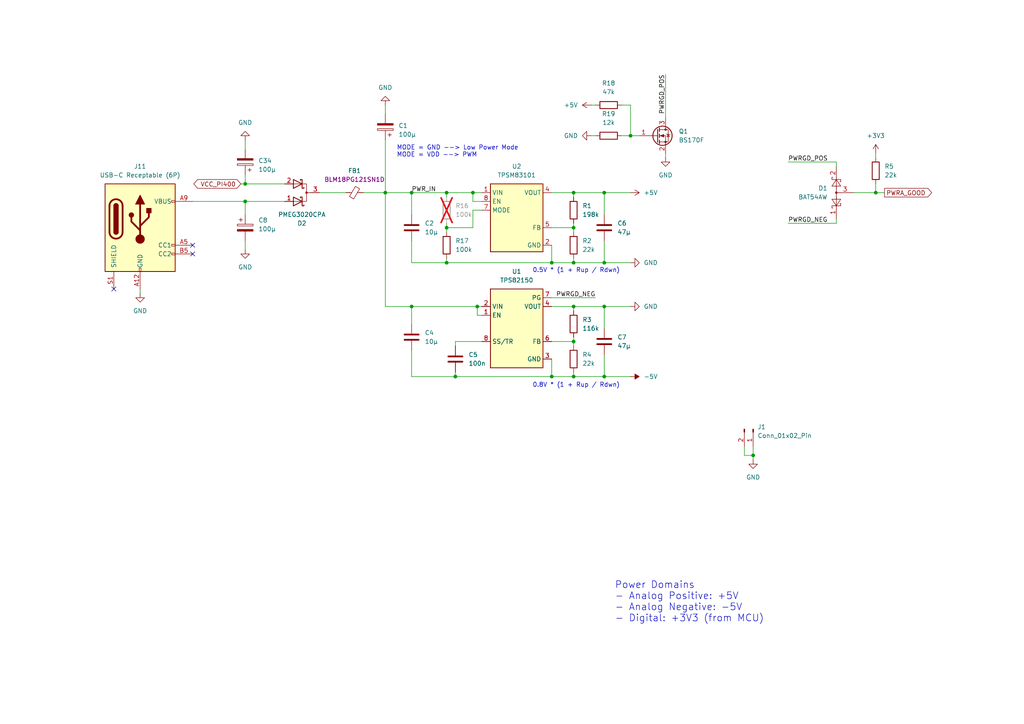
<source format=kicad_sch>
(kicad_sch (version 20231120) (generator "eeschema") (generator_version "8.0")
  (paper "A4")
  (lib_symbols
    (symbol "Connector:Conn_01x02_Pin" (pin_names (offset 1.016) hide)
      (property "Reference" "J" (at 0 2.54 0))
      (property "Value" "Conn_01x02_Pin" (at 0 -5.08 0))
      (symbol "Conn_01x02_Pin_1_1"
        (polyline (pts (xy 1.27 -2.54) (xy 0.8636 -2.54)) (stroke (width 0.1524)))
        (polyline (pts (xy 1.27 0) (xy 0.8636 0)) (stroke (width 0.1524)))
        (rectangle (start 0.8636 -2.413) (end 0 -2.667) (stroke (width 0.1524)) (fill (type outline)))
        (rectangle (start 0.8636 0.127) (end 0 -0.127) (stroke (width 0.1524)) (fill (type outline)))
        (pin passive line (at 5.08 0 180) (length 3.81) (name "Pin_1") (number "1"))
        (pin passive line (at 5.08 -2.54 180) (length 3.81) (name "Pin_2") (number "2"))
      )
    )
    (symbol "Device:C_Polarized" (pin_numbers hide) (pin_names (offset 0.254))
      (property "Reference" "C" (at 0.635 2.54 0))
      (property "Value" "C_Polarized" (at 0.635 -2.54 0))
      (symbol "C_Polarized_0_1"
        (rectangle (start -2.286 0.508) (end 2.286 1.016))
        (polyline (pts (xy -1.778 2.286) (xy -0.762 2.286)))
        (polyline (pts (xy -1.27 2.794) (xy -1.27 1.778)))
        (rectangle (start 2.286 -0.508) (end -2.286 -1.016) (fill (type outline)))
      )
      (symbol "C_Polarized_1_1"
        (pin passive line (at 0 3.81 270) (length 2.794) (name "~") (number "1"))
        (pin passive line (at 0 -3.81 90) (length 2.794) (name "~") (number "2"))
      )
    )
    (symbol "Diode:BAT54AW" (pin_names (offset 1.016))
      (property "Reference" "D" (at 0.635 -3.81 0))
      (property "Value" "BAT54AW" (at -6.35 3.175 0))
      (symbol "BAT54AW_0_1"
        (polyline (pts (xy -4.445 1.27) (xy -4.445 1.016)))
        (polyline (pts (xy -3.81 -1.27) (xy -3.81 1.27)))
        (polyline (pts (xy -3.81 -1.27) (xy -3.175 -1.27)))
        (polyline (pts (xy -3.81 0) (xy -1.27 0)))
        (polyline (pts (xy -3.81 1.27) (xy -4.445 1.27)))
        (polyline (pts (xy -3.175 -1.27) (xy -3.175 -1.016)))
        (polyline (pts (xy -1.905 0) (xy 1.905 0)))
        (polyline (pts (xy 1.27 0) (xy 3.81 0)))
        (polyline (pts (xy 3.175 -1.27) (xy 3.175 -1.016)))
        (polyline (pts (xy 3.81 -1.27) (xy 3.175 -1.27)))
        (polyline (pts (xy 3.81 -1.27) (xy 3.81 1.27)))
        (polyline (pts (xy 3.81 1.27) (xy 4.445 1.27)))
        (polyline (pts (xy 4.445 1.27) (xy 4.445 1.016)))
        (polyline (pts (xy -1.905 1.27) (xy -1.905 -1.27) (xy -3.81 0) (xy -1.905 1.27)))
        (polyline (pts (xy 1.905 1.27) (xy 1.905 -1.27) (xy 3.81 0) (xy 1.905 1.27)))
        (circle (center 0 0) (radius 0.254) (fill (type outline)))
      )
      (symbol "BAT54AW_1_1"
        (pin passive line (at -7.62 0 0) (length 3.81) (name "~") (number "1"))
        (pin passive line (at 7.62 0 180) (length 3.81) (name "~") (number "2"))
        (pin passive line (at 0 -5.08 90) (length 5.08) (name "~") (number "3"))
      )
    )
    (symbol "Transistor_FET:BS170F" (pin_names hide)
      (property "Reference" "Q" (at 5.08 1.905 0))
      (property "Value" "BS170F" (at 5.08 0 0))
      (symbol "BS170F_0_1"
        (polyline (pts (xy 0.254 0) (xy -2.54 0)))
        (polyline (pts (xy 0.254 1.905) (xy 0.254 -1.905)) (stroke (width 0.254)))
        (polyline (pts (xy 0.762 -1.27) (xy 0.762 -2.286)) (stroke (width 0.254)))
        (polyline (pts (xy 0.762 0.508) (xy 0.762 -0.508)) (stroke (width 0.254)))
        (polyline (pts (xy 0.762 2.286) (xy 0.762 1.27)) (stroke (width 0.254)))
        (polyline (pts (xy 2.54 2.54) (xy 2.54 1.778)))
        (polyline (pts (xy 2.54 -2.54) (xy 2.54 0) (xy 0.762 0)))
        (polyline (pts (xy 0.762 -1.778) (xy 3.302 -1.778) (xy 3.302 1.778) (xy 0.762 1.778)))
        (polyline (pts (xy 1.016 0) (xy 2.032 0.381) (xy 2.032 -0.381) (xy 1.016 0)) (fill (type outline)))
        (polyline (pts (xy 2.794 0.508) (xy 2.921 0.381) (xy 3.683 0.381) (xy 3.81 0.254)))
        (polyline (pts (xy 3.302 0.381) (xy 2.921 -0.254) (xy 3.683 -0.254) (xy 3.302 0.381)))
        (circle (center 1.651 0) (radius 2.794) (stroke (width 0.254)))
        (circle (center 2.54 -1.778) (radius 0.254) (fill (type outline)))
        (circle (center 2.54 1.778) (radius 0.254) (fill (type outline)))
      )
      (symbol "BS170F_1_1"
        (pin input line (at -5.08 0 0) (length 2.54) (name "G") (number "1"))
        (pin passive line (at 2.54 -5.08 90) (length 2.54) (name "S") (number "2"))
        (pin passive line (at 2.54 5.08 270) (length 2.54) (name "D") (number "3"))
      )
    )
    (symbol "connectors:USB-C_6P" (pin_names (offset 1.016)) (exclude_from_sim yes)
      (property "Reference" "J" (at 0 16.51 0))
      (property "Value" "USB-C Receptable (6P)" (at 0 13.97 0))
      (symbol "USB-C_6P_0_0"
        (rectangle (start -0.254 -12.7) (end 0.254 -11.684))
        (rectangle (start 10.16 -7.366) (end 9.144 -7.874))
        (rectangle (start 10.16 -4.826) (end 9.144 -5.334))
        (rectangle (start 10.16 7.874) (end 9.144 7.366))
      )
      (symbol "USB-C_6P_0_1"
        (rectangle (start -10.16 12.7) (end 10.16 -12.7) (stroke (width 0.254)) (fill (type background)))
        (arc (start -8.89 -1.27) (mid -6.985 -3.1667) (end -5.08 -1.27) (stroke (width 0.508)))
        (arc (start -7.62 -1.27) (mid -6.985 -1.9023) (end -6.35 -1.27) (stroke (width 0.254)))
        (arc (start -7.62 -1.27) (mid -6.985 -1.9023) (end -6.35 -1.27) (stroke (width 0.254)) (fill (type outline)))
        (rectangle (start -7.62 -1.27) (end -6.35 6.35) (stroke (width 0.254)) (fill (type outline)))
        (arc (start -6.35 6.35) (mid -6.985 6.9823) (end -7.62 6.35) (stroke (width 0.254)))
        (arc (start -6.35 6.35) (mid -6.985 6.9823) (end -7.62 6.35) (stroke (width 0.254)) (fill (type outline)))
        (arc (start -5.08 6.35) (mid -6.985 8.2467) (end -8.89 6.35) (stroke (width 0.508)))
        (circle (center -2.54 3.683) (radius 0.635) (stroke (width 0.254)) (fill (type outline)))
        (circle (center 0 -3.302) (radius 1.27) (fill (type outline)))
        (polyline (pts (xy -8.89 -1.27) (xy -8.89 6.35)) (stroke (width 0.508)))
        (polyline (pts (xy -5.08 6.35) (xy -5.08 -1.27)) (stroke (width 0.508)))
        (polyline (pts (xy 0 -3.302) (xy 0 6.858)) (stroke (width 0.508)))
        (polyline (pts (xy 0 -0.762) (xy -2.54 1.778) (xy -2.54 3.048)) (stroke (width 0.508)))
        (polyline (pts (xy 0 0.508) (xy 2.54 3.048) (xy 2.54 4.318)) (stroke (width 0.508)))
        (polyline (pts (xy -1.27 6.858) (xy 0 9.398) (xy 1.27 6.858) (xy -1.27 6.858)) (stroke (width 0.254)) (fill (type outline)))
        (rectangle (start 1.905 4.318) (end 3.175 5.588) (stroke (width 0.254)) (fill (type outline)))
      )
      (symbol "USB-C_6P_1_1"
        (pin passive line (at 0 -17.78 90) (length 5.08) (name "GND") (number "A12"))
        (pin bidirectional line (at 15.24 -5.08 180) (length 5.08) (name "CC1") (number "A5"))
        (pin passive line (at 15.24 7.62 180) (length 5.08) (name "VBUS") (number "A9"))
        (pin passive line (at 0 -17.78 90) (length 5.08) hide (name "GND") (number "B12"))
        (pin bidirectional line (at 15.24 -7.62 180) (length 5.08) (name "CC2") (number "B5"))
        (pin passive line (at 15.24 7.62 180) (length 5.08) hide (name "VBUS") (number "B9"))
        (pin passive line (at -7.62 -17.78 90) (length 5.08) (name "SHIELD") (number "S1"))
      )
    )
    (symbol "passive:C0402" (pin_numbers hide) (pin_names (offset 0.254))
      (property "Reference" "C" (at 0.635 2.54 0))
      (property "Value" "C0402" (at 0.635 -2.54 0))
      (symbol "C0402_0_1"
        (polyline (pts (xy -2.032 -0.762) (xy 2.032 -0.762)) (stroke (width 0.508)))
        (polyline (pts (xy -2.032 0.762) (xy 2.032 0.762)) (stroke (width 0.508)))
      )
      (symbol "C0402_1_1"
        (pin passive line (at 0 3.81 270) (length 2.794) (name "~") (number "1"))
        (pin passive line (at 0 -3.81 90) (length 2.794) (name "~") (number "2"))
      )
    )
    (symbol "passive:C0805" (pin_numbers hide) (pin_names (offset 0.254))
      (property "Reference" "C" (at 0.635 2.54 0))
      (property "Value" "C0805" (at 0.635 -2.54 0))
      (symbol "C0805_0_1"
        (polyline (pts (xy -2.032 -0.762) (xy 2.032 -0.762)) (stroke (width 0.508)))
        (polyline (pts (xy -2.032 0.762) (xy 2.032 0.762)) (stroke (width 0.508)))
      )
      (symbol "C0805_1_1"
        (pin passive line (at 0 3.81 270) (length 2.794) (name "~") (number "1"))
        (pin passive line (at 0 -3.81 90) (length 2.794) (name "~") (number "2"))
      )
    )
    (symbol "passive:C1206" (pin_numbers hide) (pin_names (offset 0.254))
      (property "Reference" "C" (at 0.635 2.54 0))
      (property "Value" "C1206" (at 0.635 -2.54 0))
      (symbol "C1206_0_1"
        (polyline (pts (xy -2.032 -0.762) (xy 2.032 -0.762)) (stroke (width 0.508)))
        (polyline (pts (xy -2.032 0.762) (xy 2.032 0.762)) (stroke (width 0.508)))
      )
      (symbol "C1206_1_1"
        (pin passive line (at 0 3.81 270) (length 2.794) (name "~") (number "1"))
        (pin passive line (at 0 -3.81 90) (length 2.794) (name "~") (number "2"))
      )
    )
    (symbol "passive:FB_120Z_2A_0603" (pin_numbers hide) (pin_names hide)
      (property "Reference" "FB6" (at 3.175 3.175 0))
      (property "MPN" "BLM18PG121SN1D" (at 2.54 -3.81 0))
      (symbol "FB_120Z_2A_0603_0_1"
        (polyline (pts (xy 1.651 0) (xy 1.2446 0)))
        (polyline (pts (xy 3.81 0) (xy 3.3274 0)))
        (polyline (pts (xy 2.2606 -1.8288) (xy 1.0414 -1.1176) (xy 2.7432 1.8288) (xy 3.9624 1.1176) (xy 2.2606 -1.8288)))
      )
      (symbol "FB_120Z_2A_0603_1_1"
        (pin power_in line (at 0 0 0) (length 1.27) (name "~") (number "1"))
        (pin power_out line (at 5.08 0 180) (length 1.27) (name "~") (number "2"))
      )
    )
    (symbol "passive:PMEG3020CPA" (pin_names (offset 0.762) hide)
      (property "Reference" "D" (at 0 5.08 0))
      (property "Value" "PMEG3020CPA" (at 0 -5.08 0))
      (symbol "PMEG3020CPA_0_1"
        (polyline (pts (xy 1.27 0) (xy 2.54 0)))
        (polyline (pts (xy -2.54 -2.54) (xy 1.27 -2.54) (xy 1.27 2.54) (xy -2.54 2.54)))
        (polyline (pts (xy -2.54 -1.27) (xy 0 -2.54) (xy -2.54 -3.81) (xy -2.54 -1.27) (xy -2.54 -1.27) (xy -2.54 -1.27)) (stroke (width 0.254)))
        (polyline (pts (xy -2.54 3.81) (xy 0 2.54) (xy -2.54 1.27) (xy -2.54 3.81) (xy -2.54 3.81) (xy -2.54 3.81)) (stroke (width 0.254)))
        (polyline (pts (xy 0.508 -1.524) (xy 0.508 -1.27) (xy 0 -1.27) (xy 0 -3.81) (xy -0.508 -3.81) (xy -0.508 -3.556)) (stroke (width 0.254)))
        (polyline (pts (xy 0.508 3.556) (xy 0.508 3.81) (xy 0 3.81) (xy 0 1.27) (xy -0.508 1.27) (xy -0.508 1.524)) (stroke (width 0.254)))
        (circle (center 1.27 0) (radius 0.254) (fill (type outline)))
      )
      (symbol "PMEG3020CPA_1_1"
        (pin passive line (at -5.08 2.54 0) (length 2.54) (name "K") (number "1"))
        (pin passive line (at -5.08 -2.54 0) (length 2.54) (name "K") (number "2"))
        (pin passive line (at 5.08 0 180) (length 2.54) (name "A") (number "3"))
      )
    )
    (symbol "passive:R0402" (pin_numbers hide) (pin_names (offset 0))
      (property "Reference" "R" (at 2.032 0 90))
      (property "Value" "R" (at 0 0 90))
      (symbol "R0402_0_1"
        (rectangle (start -1.016 -2.54) (end 1.016 2.54) (stroke (width 0.254)))
      )
      (symbol "R0402_1_1"
        (pin passive line (at 0 3.81 270) (length 1.27) (name "~") (number "1"))
        (pin passive line (at 0 -3.81 90) (length 1.27) (name "~") (number "2"))
      )
    )
    (symbol "power:+3V3" (power) (pin_numbers hide) (pin_names (offset 0) hide)
      (property "Value" "+3V3" (at 0 3.556 0))
      (symbol "+3V3_0_1"
        (polyline (pts (xy -0.762 1.27) (xy 0 2.54)))
        (polyline (pts (xy 0 0) (xy 0 2.54)))
        (polyline (pts (xy 0 2.54) (xy 0.762 1.27)))
      )
      (symbol "+3V3_1_1"
        (pin power_in line (at 0 0 90) (length 0) (name "~") (number "1"))
      )
    )
    (symbol "power:+5V" (power) (pin_numbers hide) (pin_names (offset 0) hide)
      (property "Value" "+5V" (at 0 3.556 0))
      (symbol "+5V_0_1"
        (polyline (pts (xy -0.762 1.27) (xy 0 2.54)))
        (polyline (pts (xy 0 0) (xy 0 2.54)))
        (polyline (pts (xy 0 2.54) (xy 0.762 1.27)))
      )
      (symbol "+5V_1_1"
        (pin power_in line (at 0 0 90) (length 0) (name "~") (number "1"))
      )
    )
    (symbol "power:-5V" (power) (pin_numbers hide) (pin_names (offset 0) hide)
      (property "Value" "-5V" (at 0 3.556 0))
      (symbol "-5V_0_0"
        (pin power_in line (at 0 0 90) (length 0) (name "~") (number "1"))
      )
      (symbol "-5V_0_1"
        (polyline (pts (xy 0 0) (xy 0 1.27) (xy 0.762 1.27) (xy 0 2.54) (xy -0.762 1.27) (xy 0 1.27)) (fill (type outline)))
      )
    )
    (symbol "power:GND" (power) (pin_numbers hide) (pin_names (offset 0) hide)
      (property "Value" "GND" (at 0 -3.81 0))
      (symbol "GND_0_1"
        (polyline (pts (xy 0 0) (xy 0 -1.27) (xy 1.27 -1.27) (xy 0 -2.54) (xy -1.27 -1.27) (xy 0 -1.27)))
      )
      (symbol "GND_1_1"
        (pin power_in line (at 0 0 270) (length 0) (name "~") (number "1"))
      )
    )
    (symbol "power_devices:TPS82150"
      (property "Reference" "U" (at 0 13.716 0))
      (property "Value" "TPS82150" (at 0.254 11.684 0))
      (symbol "TPS82150_0_1"
        (rectangle (start -7.62 10.16) (end 7.62 -12.7) (stroke (width 0.254)) (fill (type background)))
      )
      (symbol "TPS82150_1_1"
        (pin input line (at -10.16 2.54 0) (length 2.54) (name "EN") (number "1"))
        (pin power_in line (at -10.16 5.08 0) (length 2.54) (name "VIN") (number "2"))
        (pin passive line (at 10.16 -10.16 180) (length 2.54) (name "GND") (number "3"))
        (pin power_out line (at 10.16 5.08 180) (length 2.54) (name "VOUT") (number "4"))
        (pin passive line (at 10.16 5.08 180) (length 2.54) hide (name "VOUT") (number "5"))
        (pin input line (at 10.16 -5.08 180) (length 2.54) (name "FB") (number "6"))
        (pin open_collector line (at 10.16 7.62 180) (length 2.54) (name "PG") (number "7"))
        (pin input line (at -10.16 -5.08 0) (length 2.54) (name "SS/TR") (number "8"))
        (pin passive line (at 10.16 -10.16 180) (length 2.54) hide (name "GND") (number "9"))
      )
    )
    (symbol "power_devices:TPSM83100" (exclude_from_sim yes)
      (property "Reference" "U" (at 0 3.048 0))
      (property "Value" "TPSM8310x" (at 0 1.27 0))
      (symbol "TPSM83100_0_1"
        (rectangle (start -7.62 0) (end 7.62 -19.685) (stroke (width 0.254)) (fill (type background)))
      )
      (symbol "TPSM83100_1_1"
        (pin power_in line (at -10.16 -2.54 0) (length 2.54) (name "VIN") (number "1"))
        (pin passive line (at 10.16 -17.78 180) (length 2.54) (name "GND") (number "2"))
        (pin passive line (at 10.16 -17.78 180) (length 2.54) hide (name "GND") (number "3"))
        (pin power_out line (at 10.16 -2.54 180) (length 2.54) (name "VOUT") (number "4"))
        (pin input line (at 10.16 -12.7 180) (length 2.54) (name "FB") (number "5"))
        (pin passive line (at 10.16 -17.78 180) (length 2.54) hide (name "GND") (number "6"))
        (pin input line (at -10.16 -7.62 0) (length 2.54) (name "MODE") (number "7"))
        (pin input line (at -10.16 -5.08 0) (length 2.54) (name "EN") (number "8"))
      )
    )
  )
  (junction (at 160.02 109.22))
  (junction (at 166.37 76.2))
  (junction (at 166.37 99.06))
  (junction (at 119.38 88.9))
  (junction (at 175.26 88.9))
  (junction (at 218.44 132.08))
  (junction (at 71.12 58.42))
  (junction (at 254 55.88))
  (junction (at 182.88 39.37))
  (junction (at 175.26 109.22))
  (junction (at 166.37 55.88))
  (junction (at 129.54 76.2))
  (junction (at 138.43 88.9))
  (junction (at 166.37 88.9))
  (junction (at 129.54 66.04))
  (junction (at 166.37 66.04))
  (junction (at 129.54 55.88))
  (junction (at 166.37 109.22))
  (junction (at 137.16 55.88))
  (junction (at 132.08 109.22))
  (junction (at 119.38 55.88))
  (junction (at 175.26 55.88))
  (junction (at 111.76 55.88))
  (junction (at 71.12 53.34))
  (junction (at 175.26 76.2))
  (junction (at 160.02 76.2))
  (no_connect (at 33.02 83.82))
  (no_connect (at 55.88 73.66))
  (no_connect (at 55.88 71.12))
  (wire (pts (xy 182.88 109.22) (xy 175.26 109.22)))
  (wire (pts (xy 166.37 64.77) (xy 166.37 66.04)))
  (wire (pts (xy 254 55.88) (xy 256.54 55.88)))
  (wire (pts (xy 228.6 64.77) (xy 242.57 64.77)))
  (wire (pts (xy 119.38 88.9) (xy 138.43 88.9)))
  (wire (pts (xy 166.37 99.06) (xy 166.37 100.33)))
  (wire (pts (xy 166.37 66.04) (xy 166.37 67.31)))
  (wire (pts (xy 137.16 60.96) (xy 137.16 66.04)))
  (wire (pts (xy 129.54 76.2) (xy 160.02 76.2)))
  (wire (pts (xy 119.38 101.6) (xy 119.38 109.22)))
  (wire (pts (xy 175.26 88.9) (xy 182.88 88.9)))
  (wire (pts (xy 247.65 55.88) (xy 254 55.88)))
  (wire (pts (xy 242.57 64.77) (xy 242.57 63.5)))
  (wire (pts (xy 171.45 30.48) (xy 172.72 30.48)))
  (wire (pts (xy 160.02 88.9) (xy 166.37 88.9)))
  (wire (pts (xy 69.85 53.34) (xy 71.12 53.34)))
  (wire (pts (xy 119.38 88.9) (xy 119.38 93.98)))
  (wire (pts (xy 193.04 44.45) (xy 193.04 45.72)))
  (wire (pts (xy 119.38 109.22) (xy 132.08 109.22)))
  (wire (pts (xy 254 53.34) (xy 254 55.88)))
  (wire (pts (xy 139.7 60.96) (xy 137.16 60.96)))
  (wire (pts (xy 218.44 132.08) (xy 218.44 133.35)))
  (wire (pts (xy 166.37 55.88) (xy 166.37 57.15)))
  (wire (pts (xy 132.08 109.22) (xy 160.02 109.22)))
  (wire (pts (xy 105.41 55.88) (xy 111.76 55.88)))
  (wire (pts (xy 137.16 58.42) (xy 139.7 58.42)))
  (wire (pts (xy 193.04 21.59) (xy 193.04 34.29)))
  (wire (pts (xy 132.08 99.06) (xy 132.08 100.33)))
  (wire (pts (xy 166.37 88.9) (xy 175.26 88.9)))
  (wire (pts (xy 111.76 55.88) (xy 111.76 88.9)))
  (wire (pts (xy 166.37 76.2) (xy 175.26 76.2)))
  (wire (pts (xy 215.9 129.54) (xy 215.9 132.08)))
  (wire (pts (xy 129.54 64.77) (xy 129.54 66.04)))
  (wire (pts (xy 166.37 97.79) (xy 166.37 99.06)))
  (wire (pts (xy 166.37 88.9) (xy 166.37 90.17)))
  (wire (pts (xy 138.43 88.9) (xy 138.43 91.44)))
  (wire (pts (xy 55.88 58.42) (xy 71.12 58.42)))
  (wire (pts (xy 175.26 69.85) (xy 175.26 76.2)))
  (wire (pts (xy 132.08 99.06) (xy 139.7 99.06)))
  (wire (pts (xy 228.6 46.99) (xy 242.57 46.99)))
  (wire (pts (xy 111.76 40.64) (xy 111.76 55.88)))
  (wire (pts (xy 160.02 104.14) (xy 160.02 109.22)))
  (wire (pts (xy 137.16 55.88) (xy 139.7 55.88)))
  (wire (pts (xy 119.38 62.23) (xy 119.38 55.88)))
  (wire (pts (xy 129.54 66.04) (xy 137.16 66.04)))
  (wire (pts (xy 160.02 66.04) (xy 166.37 66.04)))
  (wire (pts (xy 218.44 129.54) (xy 218.44 132.08)))
  (wire (pts (xy 175.26 95.25) (xy 175.26 88.9)))
  (wire (pts (xy 160.02 55.88) (xy 166.37 55.88)))
  (wire (pts (xy 119.38 76.2) (xy 129.54 76.2)))
  (wire (pts (xy 160.02 71.12) (xy 160.02 76.2)))
  (wire (pts (xy 119.38 69.85) (xy 119.38 76.2)))
  (wire (pts (xy 129.54 55.88) (xy 137.16 55.88)))
  (wire (pts (xy 71.12 50.8) (xy 71.12 53.34)))
  (wire (pts (xy 71.12 53.34) (xy 82.55 53.34)))
  (wire (pts (xy 160.02 86.36) (xy 172.72 86.36)))
  (wire (pts (xy 182.88 30.48) (xy 182.88 39.37)))
  (wire (pts (xy 71.12 69.85) (xy 71.12 72.39)))
  (wire (pts (xy 71.12 40.64) (xy 71.12 43.18)))
  (wire (pts (xy 138.43 88.9) (xy 139.7 88.9)))
  (wire (pts (xy 180.34 39.37) (xy 182.88 39.37)))
  (wire (pts (xy 71.12 58.42) (xy 71.12 62.23)))
  (wire (pts (xy 175.26 76.2) (xy 182.88 76.2)))
  (wire (pts (xy 129.54 66.04) (xy 129.54 67.31)))
  (wire (pts (xy 242.57 46.99) (xy 242.57 48.26)))
  (wire (pts (xy 111.76 88.9) (xy 119.38 88.9)))
  (wire (pts (xy 111.76 30.48) (xy 111.76 33.02)))
  (wire (pts (xy 160.02 99.06) (xy 166.37 99.06)))
  (wire (pts (xy 180.34 30.48) (xy 182.88 30.48)))
  (wire (pts (xy 139.7 91.44) (xy 138.43 91.44)))
  (wire (pts (xy 119.38 55.88) (xy 129.54 55.88)))
  (wire (pts (xy 215.9 132.08) (xy 218.44 132.08)))
  (wire (pts (xy 175.26 102.87) (xy 175.26 109.22)))
  (wire (pts (xy 175.26 109.22) (xy 166.37 109.22)))
  (wire (pts (xy 175.26 55.88) (xy 182.88 55.88)))
  (wire (pts (xy 111.76 55.88) (xy 119.38 55.88)))
  (wire (pts (xy 166.37 109.22) (xy 166.37 107.95)))
  (wire (pts (xy 160.02 76.2) (xy 166.37 76.2)))
  (wire (pts (xy 137.16 55.88) (xy 137.16 58.42)))
  (wire (pts (xy 129.54 74.93) (xy 129.54 76.2)))
  (wire (pts (xy 182.88 39.37) (xy 185.42 39.37)))
  (wire (pts (xy 171.45 39.37) (xy 172.72 39.37)))
  (wire (pts (xy 254 44.45) (xy 254 45.72)))
  (wire (pts (xy 129.54 55.88) (xy 129.54 57.15)))
  (wire (pts (xy 175.26 62.23) (xy 175.26 55.88)))
  (wire (pts (xy 71.12 58.42) (xy 82.55 58.42)))
  (wire (pts (xy 166.37 76.2) (xy 166.37 74.93)))
  (wire (pts (xy 166.37 55.88) (xy 175.26 55.88)))
  (wire (pts (xy 92.71 55.88) (xy 100.33 55.88)))
  (wire (pts (xy 160.02 109.22) (xy 166.37 109.22)))
  (wire (pts (xy 40.64 83.82) (xy 40.64 85.09)))
  (wire (pts (xy 132.08 107.95) (xy 132.08 109.22)))
  (text "0.5V * (1 + Rup / Rdwn)" (at 167.132 78.486 0) (effects (font (size 1.27 1.27))))
  (text "0.8V * (1 + Rup / Rdwn)" (at 167.132 111.76 0) (effects (font (size 1.27 1.27))))
  (text "Power Domains\n- Analog Positive: +5V\n- Analog Negative: -5V\n- Digital: +3V3 (from MCU)" (at 178.308 180.594 0) (effects (font (size 2 2)) (justify left bottom)))
  (text "MODE = GND --> Low Power Mode\nMODE = VDD --> PWM" (at 115.062 45.72 0) (effects (font (size 1.27 1.27)) (justify left bottom)))
  (label "PWRGD_POS" (at 193.04 21.59 270))
  (label "PWRGD_POS" (at 228.6 46.99 0))
  (label "PWRGD_NEG" (at 172.72 86.36 180))
  (label "PWR_IN" (at 119.38 55.88 0))
  (label "PWRGD_NEG" (at 228.6 64.77 0))
  (global_label "PWRA_GOOD" (shape output) (at 256.54 55.88 0) (property "Intersheetrefs" "${INTERSHEET_REFS}" (effects (hide yes))))
  (global_label "VCC_PI400" (shape bidirectional) (at 69.85 53.34 180) (property "Intersheetrefs" "${INTERSHEET_REFS}" (effects (hide yes))))
  (symbol (lib_id "power_devices:TPSM83100") (at 149.86 53.34 0) (unit 1) (exclude_from_sim yes)
    (property "Reference" "U2" (at 149.86 48.26 0))
    (property "Value" "TPSM83101" (at 149.86 50.8 0))
    (property "Footprint" "custom_library:MICROSIP8_SIU_TEX" (effects (hide yes)))
    (property "Datasheet" "https://www.mouser.com/catalog/specsheets/TexasInstruments_9192024_TPSM83100_TPSM83101.pdf?_gl=1*1tgyw7g*_gcl_aw*R0NMLjE3MjczNDAwOTYuQ2owS0NRandqTlMzQmhDaEFSSXNBT3hCTTZxRHlnZHRhckptcEpvWjc4Ym5IbG95OF8zVkEzTTlhNDNEOVZRYVJKMmU0SU1iMzdSdDJpb2FBZ1RtRUFMd193Y0I.*_gcl_au*MTI4MDIxOTMzMC4xNzI0NDIyMzMx*_ga*MTIzMDI1MzYxNi4xNzI3MTI0Mjcx*_ga_15W4STQT4T*MTcyNzM0MDA5NS4yLjAuMTcyNzM0MDA5NS42MC4wLjA." (effects (hide yes)))
    (property "Description" "TPSM83100 and TPSM83101 1.5-A Output Current, Buck-Boost MicroSiP™ Power Module with Integrated Inductor" (effects (hide yes)))
  )
  (symbol (lib_id "passive:R0402") (at 166.37 104.14 0) (unit 1)
    (property "Reference" "R4" (at 168.91 102.8699 0) (effects (justify left)))
    (property "Value" "22k" (at 168.91 105.4099 0) (effects (justify left)))
    (property "Footprint" "Resistor_SMD:R_0402_1005Metric" (effects (hide yes)))
    (property "Description" "Resistor" (effects (hide yes)))
    (instances (project "" (path "" (reference "R4") (unit 1))) (project "biosignal_player_v2" (path "" (reference "R6") (unit 1))))
  )
  (symbol (lib_id "power_devices:TPS82150") (at 149.86 93.98 0) (unit 1)
    (property "Reference" "U1" (at 149.86 78.74 0))
    (property "Value" "TPS82150" (at 149.86 81.28 0))
    (property "Footprint" "custom_library:Texas_SIL0008D_MicroSiP-8-1EP_2.8x3mm_P0.65mm_EP1.1x1.9mm" (effects (hide yes)))
    (property "Datasheet" "http://www.ti.com/lit/ds/symlink/tps82150.pdf" (effects (hide yes)))
    (property "Description" "17V Input 1A Step-Down Converter MicroSiP Module with Integrated Inductor, μSiL-8" (effects (hide yes)))
  )
  (symbol (lib_id "passive:R0402") (at 129.54 60.96 0) (unit 1) (dnp yes)
    (property "Reference" "R16" (at 132.08 59.6899 0) (effects (justify left)))
    (property "Value" "100k" (at 132.08 62.2299 0) (effects (justify left)))
    (property "Footprint" "Resistor_SMD:R_0402_1005Metric" (effects (hide yes)))
    (property "Description" "Resistor" (effects (hide yes)))
  )
  (symbol (lib_id "passive:R0402") (at 129.54 71.12 0) (unit 1)
    (property "Reference" "R17" (at 132.08 69.8499 0) (effects (justify left)))
    (property "Value" "100k" (at 132.08 72.3899 0) (effects (justify left)))
    (property "Footprint" "Resistor_SMD:R_0402_1005Metric" (effects (hide yes)))
    (property "Description" "Resistor" (effects (hide yes)))
  )
  (symbol (lib_id "power:GND") (at 71.12 72.39 0) (unit 1)
    (property "Reference" "#PWR01" (effects (hide yes)))
    (property "Value" "GND" (at 71.12 77.47 0))
    (property "Description" "Power symbol creates a global label with name \"GND\" , ground" (effects (hide yes)))
  )
  (symbol (lib_id "passive:R0402") (at 176.53 30.48 90) (unit 1)
    (property "Reference" "R18" (at 176.53 24.13 90))
    (property "Value" "47k" (at 176.53 26.67 90))
    (property "Footprint" "Resistor_SMD:R_0402_1005Metric" (effects (hide yes)))
    (property "Description" "Resistor" (effects (hide yes)))
  )
  (symbol (lib_id "power:GND") (at 111.76 30.48 180) (unit 1)
    (property "Reference" "#PWR02" (effects (hide yes)))
    (property "Value" "GND" (at 111.76 25.4 0))
    (property "Description" "Power symbol creates a global label with name \"GND\" , ground" (effects (hide yes)))
  )
  (symbol (lib_id "passive:R0402") (at 166.37 60.96 0) (unit 1)
    (property "Reference" "R1" (at 168.91 59.6899 0) (effects (justify left)))
    (property "Value" "198k" (at 168.91 62.2299 0) (effects (justify left)))
    (property "Footprint" "Resistor_SMD:R_0402_1005Metric" (effects (hide yes)))
    (property "Description" "Resistor" (effects (hide yes)))
    (instances (project "" (path "" (reference "R1") (unit 1))) (project "" (path "" (reference "R3") (unit 1))))
  )
  (symbol (lib_id "passive:R0402") (at 254 49.53 0) (unit 1)
    (property "Reference" "R5" (at 256.54 48.2599 0) (effects (justify left)))
    (property "Value" "22k" (at 256.54 50.7999 0) (effects (justify left)))
    (property "Footprint" "Resistor_SMD:R_0402_1005Metric" (effects (hide yes)))
    (property "Description" "Resistor" (effects (hide yes)))
    (instances (project "" (path "" (reference "R5") (unit 1))) (project "biosignal_player_v2" (path "" (reference "R7") (unit 1))))
  )
  (symbol (lib_id "connectors:USB-C_6P") (at 40.64 66.04 0) (unit 1) (exclude_from_sim yes)
    (property "Reference" "J11" (at 40.64 48.26 0))
    (property "Value" "USB-C Receptable (6P)" (at 40.64 50.8 0))
    (property "Footprint" "connectors:USB_C_Receptacle_6P" (effects (hide yes)))
    (property "Datasheet" "https://www.usb.org/sites/default/files/documents/usb_type-c.zip" (effects (hide yes)))
    (property "Description" "USB Power-Only 6P Type-C Receptacle connector" (effects (hide yes)))
  )
  (symbol (lib_id "power:GND") (at 182.88 88.9 90) (unit 1)
    (property "Reference" "#PWR05" (effects (hide yes)))
    (property "Value" "GND" (at 186.69 88.8999 90) (effects (justify right)))
    (property "Description" "Power symbol creates a global label with name \"GND\" , ground" (effects (hide yes)))
    (instances (project "" (path "" (reference "#PWR05") (unit 1))) (project "biosignal_player_v2" (path "" (reference "#PWR08") (unit 1))))
  )
  (symbol (lib_id "passive:R0402") (at 166.37 71.12 0) (unit 1)
    (property "Reference" "R2" (at 168.91 69.8499 0) (effects (justify left)))
    (property "Value" "22k" (at 168.91 72.3899 0) (effects (justify left)))
    (property "Footprint" "Resistor_SMD:R_0402_1005Metric" (effects (hide yes)))
    (property "Description" "Resistor" (effects (hide yes)))
    (instances (project "" (path "" (reference "R2") (unit 1))) (project "biosignal_player_v2" (path "" (reference "R4") (unit 1))))
  )
  (symbol (lib_id "Connector:Conn_01x02_Pin") (at 218.44 124.46 270) (unit 1)
    (property "Reference" "J1" (at 219.71 123.8249 90) (effects (justify left)))
    (property "Value" "Conn_01x02_Pin" (at 219.71 126.3649 90) (effects (justify left)))
    (property "Footprint" "Connector_PinHeader_2.54mm:PinHeader_1x02_P2.54mm_Vertical" (effects (hide yes)))
    (property "Description" "Generic connector, single row, 01x02, script generated" (effects (hide yes)))
  )
  (symbol (lib_id "power:GND") (at 193.04 45.72 0) (unit 1)
    (property "Reference" "#PWR029" (effects (hide yes)))
    (property "Value" "GND" (at 193.04 50.8 0))
    (property "Description" "Power symbol creates a global label with name \"GND\" , ground" (effects (hide yes)))
  )
  (symbol (lib_id "Device:C_Polarized") (at 71.12 46.99 180) (unit 1)
    (property "Reference" "C34" (at 74.93 46.6089 0) (effects (justify right)))
    (property "Value" "100µ" (at 74.93 49.1489 0) (effects (justify right)))
    (property "Footprint" "Capacitor_SMD:CP_Elec_4x3" (effects (hide yes)))
    (property "Description" "Polarized capacitor" (effects (hide yes)))
  )
  (symbol (lib_id "Transistor_FET:BS170F") (at 190.5 39.37 0) (unit 1)
    (property "Reference" "Q1" (at 196.85 38.0999 0) (effects (justify left)))
    (property "Value" "BS170F" (at 196.85 40.6399 0) (effects (justify left)))
    (property "Footprint" "Package_TO_SOT_SMD:SOT-23" (effects (hide yes)))
    (property "Datasheet" "http://www.diodes.com/assets/Datasheets/BS170F.pdf" (effects (hide yes)))
    (property "Description" "0.15A Id, 60V Vds, N-Channel MOSFET, SOT-23" (effects (hide yes)))
  )
  (symbol (lib_id "power:+3V3") (at 254 44.45 0) (unit 1)
    (property "Reference" "#PWR09" (effects (hide yes)))
    (property "Value" "+3V3" (at 254 39.37 0))
    (property "Description" "Power symbol creates a global label with name \"+3V3\"" (effects (hide yes)))
    (instances (project "" (path "" (reference "#PWR09") (unit 1))) (project "" (path "" (reference "#PWR010") (unit 1))))
  )
  (symbol (lib_id "power:GND") (at 71.12 40.64 180) (unit 1)
    (property "Reference" "#PWR016" (effects (hide yes)))
    (property "Value" "GND" (at 71.12 35.56 0))
    (property "Description" "Power symbol creates a global label with name \"GND\" , ground" (effects (hide yes)))
  )
  (symbol (lib_id "power:+5V") (at 182.88 55.88 270) (unit 1)
    (property "Reference" "#PWR03" (effects (hide yes)))
    (property "Value" "+5V" (at 186.69 55.8799 90) (effects (justify left)))
    (property "Description" "Power symbol creates a global label with name \"+5V\"" (effects (hide yes)))
    (instances (project "" (path "" (reference "#PWR03") (unit 1))) (project "" (path "" (reference "#PWR06") (unit 1))))
  )
  (symbol (lib_id "passive:C0402") (at 132.08 104.14 0) (unit 1)
    (property "Reference" "C5" (at 135.89 102.8699 0) (effects (justify left)))
    (property "Value" "100n" (at 135.89 105.4099 0) (effects (justify left)))
    (property "Footprint" "Capacitor_SMD:C_0402_1005Metric" (effects (hide yes)))
    (property "Description" "Unpolarized capacitor" (effects (hide yes)))
  )
  (symbol (lib_id "passive:C0805") (at 119.38 97.79 0) (unit 1)
    (property "Reference" "C4" (at 123.19 96.5199 0) (effects (justify left)))
    (property "Value" "10µ" (at 123.19 99.0599 0) (effects (justify left)))
    (property "Footprint" "Capacitor_SMD:C_0805_2012Metric" (effects (hide yes)))
    (property "Description" "Unpolarized capacitor" (effects (hide yes)))
  )
  (symbol (lib_id "power:GND") (at 218.44 133.35 0) (unit 1)
    (property "Reference" "#PWR08" (effects (hide yes)))
    (property "Value" "GND" (at 218.44 138.43 0))
    (property "Description" "Power symbol creates a global label with name \"GND\" , ground" (effects (hide yes)))
  )
  (symbol (lib_id "Device:C_Polarized") (at 111.76 36.83 180) (unit 1)
    (property "Reference" "C1" (at 115.57 36.4489 0) (effects (justify right)))
    (property "Value" "100µ" (at 115.57 38.9889 0) (effects (justify right)))
    (property "Footprint" "Capacitor_SMD:CP_Elec_4x3" (effects (hide yes)))
    (property "Description" "Polarized capacitor" (effects (hide yes)))
  )
  (symbol (lib_id "passive:C1206") (at 175.26 99.06 0) (unit 1)
    (property "Reference" "C7" (at 179.07 97.7899 0) (effects (justify left)))
    (property "Value" "47µ" (at 179.07 100.3299 0) (effects (justify left)))
    (property "Footprint" "Capacitor_SMD:C_1206_3216Metric" (effects (hide yes)))
    (property "Description" "Unpolarized capacitor" (effects (hide yes)))
  )
  (symbol (lib_id "passive:FB_120Z_2A_0603") (at 100.33 55.88 0) (unit 1)
    (property "Reference" "FB1" (at 102.8319 49.53 0))
    (property "Value" "FB_120Z_2A_0603" (effects (hide yes)))
    (property "Footprint" "Inductor_SMD:L_0603_1608Metric" (effects (hide yes)))
    (property "Datasheet" "https://www.murata.com/en-us/products/productdata/8796738650142/ENFA0003.pdf" (effects (hide yes)))
    (property "MPN" "BLM18PG121SN1D" (at 102.8319 52.07 0))
    (property "Manufacturer" "Murata" (effects (hide yes)))
    (property "Author" "Antmicro" (effects (hide yes)))
    (property "License" "Apache-2.0" (effects (hide yes)))
  )
  (symbol (lib_id "Diode:BAT54AW") (at 242.57 55.88 90) (unit 1)
    (property "Reference" "D1" (at 240.03 54.6099 90) (effects (justify left)))
    (property "Value" "BAT54AW" (at 240.03 57.1499 90) (effects (justify left)))
    (property "Footprint" "Package_TO_SOT_SMD:SOT-323_SC-70" (effects (hide yes)))
    (property "Datasheet" "https://assets.nexperia.com/documents/data-sheet/BAT54W_SER.pdf" (effects (hide yes)))
    (property "Description" "Dual schottky barrier diode, common anode, SOT-323" (effects (hide yes)))
  )
  (symbol (lib_id "passive:C0805") (at 119.38 66.04 0) (unit 1)
    (property "Reference" "C2" (at 123.19 64.7699 0) (effects (justify left)))
    (property "Value" "10µ" (at 123.19 67.3099 0) (effects (justify left)))
    (property "Footprint" "Capacitor_SMD:C_0805_2012Metric" (effects (hide yes)))
    (property "Description" "Unpolarized capacitor" (effects (hide yes)))
  )
  (symbol (lib_id "power:+5V") (at 171.45 30.48 90) (unit 1)
    (property "Reference" "#PWR030" (effects (hide yes)))
    (property "Value" "+5V" (at 167.64 30.4799 90) (effects (justify left)))
    (property "Description" "Power symbol creates a global label with name \"+5V\"" (effects (hide yes)))
  )
  (symbol (lib_id "power:-5V") (at 182.88 109.22 270) (unit 1)
    (property "Reference" "#PWR06" (effects (hide yes)))
    (property "Value" "-5V" (at 186.69 109.2199 90) (effects (justify left)))
    (property "Description" "Power symbol creates a global label with name \"-5V\"" (effects (hide yes)))
    (instances (project "" (path "" (reference "#PWR06") (unit 1))) (project "" (path "" (reference "#PWR09") (unit 1))))
  )
  (symbol (lib_id "passive:PMEG3020CPA") (at 87.63 55.88 0) (mirror x) (unit 1)
    (property "Reference" "D2" (at 87.5665 64.77 0))
    (property "Value" "PMEG3020CPA" (at 87.5665 62.23 0))
    (property "Footprint" "custom_library:HUSON-3-1EP_2x2mm_P1.3mm_EP1.1x1.6mm" (effects (hide yes)))
    (property "Description" "Dual Schottky diode, common anode on pin 1" (effects (hide yes)))
  )
  (symbol (lib_id "power:GND") (at 171.45 39.37 270) (unit 1)
    (property "Reference" "#PWR031" (effects (hide yes)))
    (property "Value" "GND" (at 167.64 39.3699 90) (effects (justify right)))
    (property "Description" "Power symbol creates a global label with name \"GND\" , ground" (effects (hide yes)))
  )
  (symbol (lib_id "power:GND") (at 40.64 85.09 0) (unit 1)
    (property "Reference" "#PWR012" (effects (hide yes)))
    (property "Value" "GND" (at 40.64 90.17 0))
    (property "Description" "Power symbol creates a global label with name \"GND\" , ground" (effects (hide yes)))
  )
  (symbol (lib_id "passive:R0402") (at 166.37 93.98 0) (unit 1)
    (property "Reference" "R3" (at 168.91 92.7099 0) (effects (justify left)))
    (property "Value" "116k" (at 168.91 95.2499 0) (effects (justify left)))
    (property "Footprint" "Resistor_SMD:R_0402_1005Metric" (effects (hide yes)))
    (property "Description" "Resistor" (effects (hide yes)))
    (instances (project "" (path "" (reference "R3") (unit 1))) (project "biosignal_player_v2" (path "" (reference "R5") (unit 1))))
  )
  (symbol (lib_id "passive:R0402") (at 176.53 39.37 90) (unit 1)
    (property "Reference" "R19" (at 176.53 33.02 90))
    (property "Value" "12k" (at 176.53 35.56 90))
    (property "Footprint" "Resistor_SMD:R_0402_1005Metric" (effects (hide yes)))
    (property "Description" "Resistor" (effects (hide yes)))
  )
  (symbol (lib_id "power:GND") (at 182.88 76.2 90) (unit 1)
    (property "Reference" "#PWR04" (effects (hide yes)))
    (property "Value" "GND" (at 186.69 76.1999 90) (effects (justify right)))
    (property "Description" "Power symbol creates a global label with name \"GND\" , ground" (effects (hide yes)))
    (instances (project "" (path "" (reference "#PWR04") (unit 1))) (project "biosignal_player_v2" (path "" (reference "#PWR07") (unit 1))))
  )
  (symbol (lib_id "passive:C1206") (at 175.26 66.04 0) (unit 1)
    (property "Reference" "C6" (at 179.07 64.7699 0) (effects (justify left)))
    (property "Value" "47µ" (at 179.07 67.3099 0) (effects (justify left)))
    (property "Footprint" "Capacitor_SMD:C_1206_3216Metric" (effects (hide yes)))
    (property "Description" "Unpolarized capacitor" (effects (hide yes)))
  )
  (symbol (lib_id "Device:C_Polarized") (at 71.12 66.04 0) (unit 1)
    (property "Reference" "C8" (at 74.93 63.8809 0) (effects (justify left)))
    (property "Value" "100µ" (at 74.93 66.4209 0) (effects (justify left)))
    (property "Footprint" "Capacitor_SMD:CP_Elec_4x3" (effects (hide yes)))
    (property "Description" "Polarized capacitor" (effects (hide yes)))
  )
)
</source>
